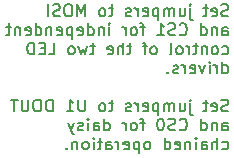
<source format=gbo>
G04 #@! TF.GenerationSoftware,KiCad,Pcbnew,6.0.6-3a73a75311~116~ubuntu22.04.1*
G04 #@! TF.CreationDate,2022-06-24T09:32:34-04:00*
G04 #@! TF.ProjectId,led_breakout,6c65645f-6272-4656-916b-6f75742e6b69,0*
G04 #@! TF.SameCoordinates,Original*
G04 #@! TF.FileFunction,Legend,Bot*
G04 #@! TF.FilePolarity,Positive*
%FSLAX46Y46*%
G04 Gerber Fmt 4.6, Leading zero omitted, Abs format (unit mm)*
G04 Created by KiCad (PCBNEW 6.0.6-3a73a75311~116~ubuntu22.04.1) date 2022-06-24 09:32:34*
%MOMM*%
%LPD*%
G01*
G04 APERTURE LIST*
%ADD10C,0.150000*%
%ADD11C,5.600000*%
%ADD12R,1.700000X1.700000*%
%ADD13O,1.700000X1.700000*%
G04 APERTURE END LIST*
D10*
X160841055Y-104335740D02*
X160698198Y-104383359D01*
X160460103Y-104383359D01*
X160364865Y-104335740D01*
X160317246Y-104288121D01*
X160269627Y-104192883D01*
X160269627Y-104097645D01*
X160317246Y-104002407D01*
X160364865Y-103954788D01*
X160460103Y-103907169D01*
X160650579Y-103859550D01*
X160745817Y-103811931D01*
X160793436Y-103764312D01*
X160841055Y-103669074D01*
X160841055Y-103573836D01*
X160793436Y-103478598D01*
X160745817Y-103430979D01*
X160650579Y-103383359D01*
X160412484Y-103383359D01*
X160269627Y-103430979D01*
X159460103Y-104335740D02*
X159555341Y-104383359D01*
X159745817Y-104383359D01*
X159841055Y-104335740D01*
X159888674Y-104240502D01*
X159888674Y-103859550D01*
X159841055Y-103764312D01*
X159745817Y-103716693D01*
X159555341Y-103716693D01*
X159460103Y-103764312D01*
X159412484Y-103859550D01*
X159412484Y-103954788D01*
X159888674Y-104050026D01*
X159126770Y-103716693D02*
X158745817Y-103716693D01*
X158983912Y-103383359D02*
X158983912Y-104240502D01*
X158936293Y-104335740D01*
X158841055Y-104383359D01*
X158745817Y-104383359D01*
X157650579Y-103716693D02*
X157650579Y-104573836D01*
X157698198Y-104669074D01*
X157793436Y-104716693D01*
X157841055Y-104716693D01*
X157650579Y-103383359D02*
X157698198Y-103430979D01*
X157650579Y-103478598D01*
X157602960Y-103430979D01*
X157650579Y-103383359D01*
X157650579Y-103478598D01*
X156745817Y-103716693D02*
X156745817Y-104383359D01*
X157174389Y-103716693D02*
X157174389Y-104240502D01*
X157126770Y-104335740D01*
X157031532Y-104383359D01*
X156888674Y-104383359D01*
X156793436Y-104335740D01*
X156745817Y-104288121D01*
X156269627Y-104383359D02*
X156269627Y-103716693D01*
X156269627Y-103811931D02*
X156222008Y-103764312D01*
X156126770Y-103716693D01*
X155983912Y-103716693D01*
X155888674Y-103764312D01*
X155841055Y-103859550D01*
X155841055Y-104383359D01*
X155841055Y-103859550D02*
X155793436Y-103764312D01*
X155698198Y-103716693D01*
X155555341Y-103716693D01*
X155460103Y-103764312D01*
X155412484Y-103859550D01*
X155412484Y-104383359D01*
X154936293Y-103716693D02*
X154936293Y-104716693D01*
X154936293Y-103764312D02*
X154841055Y-103716693D01*
X154650579Y-103716693D01*
X154555341Y-103764312D01*
X154507722Y-103811931D01*
X154460103Y-103907169D01*
X154460103Y-104192883D01*
X154507722Y-104288121D01*
X154555341Y-104335740D01*
X154650579Y-104383359D01*
X154841055Y-104383359D01*
X154936293Y-104335740D01*
X153650579Y-104335740D02*
X153745817Y-104383359D01*
X153936293Y-104383359D01*
X154031532Y-104335740D01*
X154079151Y-104240502D01*
X154079151Y-103859550D01*
X154031532Y-103764312D01*
X153936293Y-103716693D01*
X153745817Y-103716693D01*
X153650579Y-103764312D01*
X153602960Y-103859550D01*
X153602960Y-103954788D01*
X154079151Y-104050026D01*
X153174389Y-104383359D02*
X153174389Y-103716693D01*
X153174389Y-103907169D02*
X153126770Y-103811931D01*
X153079151Y-103764312D01*
X152983912Y-103716693D01*
X152888674Y-103716693D01*
X152602960Y-104335740D02*
X152507722Y-104383359D01*
X152317246Y-104383359D01*
X152222008Y-104335740D01*
X152174389Y-104240502D01*
X152174389Y-104192883D01*
X152222008Y-104097645D01*
X152317246Y-104050026D01*
X152460103Y-104050026D01*
X152555341Y-104002407D01*
X152602960Y-103907169D01*
X152602960Y-103859550D01*
X152555341Y-103764312D01*
X152460103Y-103716693D01*
X152317246Y-103716693D01*
X152222008Y-103764312D01*
X151126770Y-103716693D02*
X150745817Y-103716693D01*
X150983912Y-103383359D02*
X150983912Y-104240502D01*
X150936293Y-104335740D01*
X150841055Y-104383359D01*
X150745817Y-104383359D01*
X150269627Y-104383359D02*
X150364865Y-104335740D01*
X150412484Y-104288121D01*
X150460103Y-104192883D01*
X150460103Y-103907169D01*
X150412484Y-103811931D01*
X150364865Y-103764312D01*
X150269627Y-103716693D01*
X150126770Y-103716693D01*
X150031532Y-103764312D01*
X149983912Y-103811931D01*
X149936293Y-103907169D01*
X149936293Y-104192883D01*
X149983912Y-104288121D01*
X150031532Y-104335740D01*
X150126770Y-104383359D01*
X150269627Y-104383359D01*
X148745817Y-104383359D02*
X148745817Y-103383359D01*
X148412484Y-104097645D01*
X148079151Y-103383359D01*
X148079151Y-104383359D01*
X147412484Y-103383359D02*
X147222008Y-103383359D01*
X147126770Y-103430979D01*
X147031532Y-103526217D01*
X146983912Y-103716693D01*
X146983912Y-104050026D01*
X147031532Y-104240502D01*
X147126770Y-104335740D01*
X147222008Y-104383359D01*
X147412484Y-104383359D01*
X147507722Y-104335740D01*
X147602960Y-104240502D01*
X147650579Y-104050026D01*
X147650579Y-103716693D01*
X147602960Y-103526217D01*
X147507722Y-103430979D01*
X147412484Y-103383359D01*
X146602960Y-104335740D02*
X146460103Y-104383359D01*
X146222008Y-104383359D01*
X146126770Y-104335740D01*
X146079151Y-104288121D01*
X146031532Y-104192883D01*
X146031532Y-104097645D01*
X146079151Y-104002407D01*
X146126770Y-103954788D01*
X146222008Y-103907169D01*
X146412484Y-103859550D01*
X146507722Y-103811931D01*
X146555341Y-103764312D01*
X146602960Y-103669074D01*
X146602960Y-103573836D01*
X146555341Y-103478598D01*
X146507722Y-103430979D01*
X146412484Y-103383359D01*
X146174389Y-103383359D01*
X146031532Y-103430979D01*
X145602960Y-104383359D02*
X145602960Y-103383359D01*
X160364865Y-105993359D02*
X160364865Y-105469550D01*
X160412484Y-105374312D01*
X160507722Y-105326693D01*
X160698198Y-105326693D01*
X160793436Y-105374312D01*
X160364865Y-105945740D02*
X160460103Y-105993359D01*
X160698198Y-105993359D01*
X160793436Y-105945740D01*
X160841055Y-105850502D01*
X160841055Y-105755264D01*
X160793436Y-105660026D01*
X160698198Y-105612407D01*
X160460103Y-105612407D01*
X160364865Y-105564788D01*
X159888674Y-105326693D02*
X159888674Y-105993359D01*
X159888674Y-105421931D02*
X159841055Y-105374312D01*
X159745817Y-105326693D01*
X159602960Y-105326693D01*
X159507722Y-105374312D01*
X159460103Y-105469550D01*
X159460103Y-105993359D01*
X158555341Y-105993359D02*
X158555341Y-104993359D01*
X158555341Y-105945740D02*
X158650579Y-105993359D01*
X158841055Y-105993359D01*
X158936293Y-105945740D01*
X158983912Y-105898121D01*
X159031532Y-105802883D01*
X159031532Y-105517169D01*
X158983912Y-105421931D01*
X158936293Y-105374312D01*
X158841055Y-105326693D01*
X158650579Y-105326693D01*
X158555341Y-105374312D01*
X156745817Y-105898121D02*
X156793436Y-105945740D01*
X156936293Y-105993359D01*
X157031532Y-105993359D01*
X157174389Y-105945740D01*
X157269627Y-105850502D01*
X157317246Y-105755264D01*
X157364865Y-105564788D01*
X157364865Y-105421931D01*
X157317246Y-105231455D01*
X157269627Y-105136217D01*
X157174389Y-105040979D01*
X157031532Y-104993359D01*
X156936293Y-104993359D01*
X156793436Y-105040979D01*
X156745817Y-105088598D01*
X156364865Y-105945740D02*
X156222008Y-105993359D01*
X155983912Y-105993359D01*
X155888674Y-105945740D01*
X155841055Y-105898121D01*
X155793436Y-105802883D01*
X155793436Y-105707645D01*
X155841055Y-105612407D01*
X155888674Y-105564788D01*
X155983912Y-105517169D01*
X156174389Y-105469550D01*
X156269627Y-105421931D01*
X156317246Y-105374312D01*
X156364865Y-105279074D01*
X156364865Y-105183836D01*
X156317246Y-105088598D01*
X156269627Y-105040979D01*
X156174389Y-104993359D01*
X155936293Y-104993359D01*
X155793436Y-105040979D01*
X154841055Y-105993359D02*
X155412484Y-105993359D01*
X155126770Y-105993359D02*
X155126770Y-104993359D01*
X155222008Y-105136217D01*
X155317246Y-105231455D01*
X155412484Y-105279074D01*
X153793436Y-105326693D02*
X153412484Y-105326693D01*
X153650579Y-105993359D02*
X153650579Y-105136217D01*
X153602960Y-105040979D01*
X153507722Y-104993359D01*
X153412484Y-104993359D01*
X152936293Y-105993359D02*
X153031532Y-105945740D01*
X153079151Y-105898121D01*
X153126770Y-105802883D01*
X153126770Y-105517169D01*
X153079151Y-105421931D01*
X153031532Y-105374312D01*
X152936293Y-105326693D01*
X152793436Y-105326693D01*
X152698198Y-105374312D01*
X152650579Y-105421931D01*
X152602960Y-105517169D01*
X152602960Y-105802883D01*
X152650579Y-105898121D01*
X152698198Y-105945740D01*
X152793436Y-105993359D01*
X152936293Y-105993359D01*
X152174389Y-105993359D02*
X152174389Y-105326693D01*
X152174389Y-105517169D02*
X152126770Y-105421931D01*
X152079151Y-105374312D01*
X151983912Y-105326693D01*
X151888674Y-105326693D01*
X150793436Y-105993359D02*
X150793436Y-105326693D01*
X150793436Y-104993359D02*
X150841055Y-105040979D01*
X150793436Y-105088598D01*
X150745817Y-105040979D01*
X150793436Y-104993359D01*
X150793436Y-105088598D01*
X150317246Y-105326693D02*
X150317246Y-105993359D01*
X150317246Y-105421931D02*
X150269627Y-105374312D01*
X150174389Y-105326693D01*
X150031532Y-105326693D01*
X149936293Y-105374312D01*
X149888674Y-105469550D01*
X149888674Y-105993359D01*
X148983912Y-105993359D02*
X148983912Y-104993359D01*
X148983912Y-105945740D02*
X149079151Y-105993359D01*
X149269627Y-105993359D01*
X149364865Y-105945740D01*
X149412484Y-105898121D01*
X149460103Y-105802883D01*
X149460103Y-105517169D01*
X149412484Y-105421931D01*
X149364865Y-105374312D01*
X149269627Y-105326693D01*
X149079151Y-105326693D01*
X148983912Y-105374312D01*
X148126770Y-105945740D02*
X148222008Y-105993359D01*
X148412484Y-105993359D01*
X148507722Y-105945740D01*
X148555341Y-105850502D01*
X148555341Y-105469550D01*
X148507722Y-105374312D01*
X148412484Y-105326693D01*
X148222008Y-105326693D01*
X148126770Y-105374312D01*
X148079151Y-105469550D01*
X148079151Y-105564788D01*
X148555341Y-105660026D01*
X147650579Y-105326693D02*
X147650579Y-106326693D01*
X147650579Y-105374312D02*
X147555341Y-105326693D01*
X147364865Y-105326693D01*
X147269627Y-105374312D01*
X147222008Y-105421931D01*
X147174389Y-105517169D01*
X147174389Y-105802883D01*
X147222008Y-105898121D01*
X147269627Y-105945740D01*
X147364865Y-105993359D01*
X147555341Y-105993359D01*
X147650579Y-105945740D01*
X146364865Y-105945740D02*
X146460103Y-105993359D01*
X146650579Y-105993359D01*
X146745817Y-105945740D01*
X146793436Y-105850502D01*
X146793436Y-105469550D01*
X146745817Y-105374312D01*
X146650579Y-105326693D01*
X146460103Y-105326693D01*
X146364865Y-105374312D01*
X146317246Y-105469550D01*
X146317246Y-105564788D01*
X146793436Y-105660026D01*
X145888674Y-105326693D02*
X145888674Y-105993359D01*
X145888674Y-105421931D02*
X145841055Y-105374312D01*
X145745817Y-105326693D01*
X145602960Y-105326693D01*
X145507722Y-105374312D01*
X145460103Y-105469550D01*
X145460103Y-105993359D01*
X144555341Y-105993359D02*
X144555341Y-104993359D01*
X144555341Y-105945740D02*
X144650579Y-105993359D01*
X144841055Y-105993359D01*
X144936293Y-105945740D01*
X144983912Y-105898121D01*
X145031532Y-105802883D01*
X145031532Y-105517169D01*
X144983912Y-105421931D01*
X144936293Y-105374312D01*
X144841055Y-105326693D01*
X144650579Y-105326693D01*
X144555341Y-105374312D01*
X143698198Y-105945740D02*
X143793436Y-105993359D01*
X143983912Y-105993359D01*
X144079151Y-105945740D01*
X144126770Y-105850502D01*
X144126770Y-105469550D01*
X144079151Y-105374312D01*
X143983912Y-105326693D01*
X143793436Y-105326693D01*
X143698198Y-105374312D01*
X143650579Y-105469550D01*
X143650579Y-105564788D01*
X144126770Y-105660026D01*
X143222008Y-105326693D02*
X143222008Y-105993359D01*
X143222008Y-105421931D02*
X143174389Y-105374312D01*
X143079151Y-105326693D01*
X142936293Y-105326693D01*
X142841055Y-105374312D01*
X142793436Y-105469550D01*
X142793436Y-105993359D01*
X142460103Y-105326693D02*
X142079151Y-105326693D01*
X142317246Y-104993359D02*
X142317246Y-105850502D01*
X142269627Y-105945740D01*
X142174389Y-105993359D01*
X142079151Y-105993359D01*
X160364865Y-107555740D02*
X160460103Y-107603359D01*
X160650579Y-107603359D01*
X160745817Y-107555740D01*
X160793436Y-107508121D01*
X160841055Y-107412883D01*
X160841055Y-107127169D01*
X160793436Y-107031931D01*
X160745817Y-106984312D01*
X160650579Y-106936693D01*
X160460103Y-106936693D01*
X160364865Y-106984312D01*
X159793436Y-107603359D02*
X159888674Y-107555740D01*
X159936293Y-107508121D01*
X159983912Y-107412883D01*
X159983912Y-107127169D01*
X159936293Y-107031931D01*
X159888674Y-106984312D01*
X159793436Y-106936693D01*
X159650579Y-106936693D01*
X159555341Y-106984312D01*
X159507722Y-107031931D01*
X159460103Y-107127169D01*
X159460103Y-107412883D01*
X159507722Y-107508121D01*
X159555341Y-107555740D01*
X159650579Y-107603359D01*
X159793436Y-107603359D01*
X159031532Y-106936693D02*
X159031532Y-107603359D01*
X159031532Y-107031931D02*
X158983912Y-106984312D01*
X158888674Y-106936693D01*
X158745817Y-106936693D01*
X158650579Y-106984312D01*
X158602960Y-107079550D01*
X158602960Y-107603359D01*
X158269627Y-106936693D02*
X157888674Y-106936693D01*
X158126770Y-106603359D02*
X158126770Y-107460502D01*
X158079151Y-107555740D01*
X157983912Y-107603359D01*
X157888674Y-107603359D01*
X157555341Y-107603359D02*
X157555341Y-106936693D01*
X157555341Y-107127169D02*
X157507722Y-107031931D01*
X157460103Y-106984312D01*
X157364865Y-106936693D01*
X157269627Y-106936693D01*
X156793436Y-107603359D02*
X156888674Y-107555740D01*
X156936293Y-107508121D01*
X156983912Y-107412883D01*
X156983912Y-107127169D01*
X156936293Y-107031931D01*
X156888674Y-106984312D01*
X156793436Y-106936693D01*
X156650579Y-106936693D01*
X156555341Y-106984312D01*
X156507722Y-107031931D01*
X156460103Y-107127169D01*
X156460103Y-107412883D01*
X156507722Y-107508121D01*
X156555341Y-107555740D01*
X156650579Y-107603359D01*
X156793436Y-107603359D01*
X155888674Y-107603359D02*
X155983912Y-107555740D01*
X156031532Y-107460502D01*
X156031532Y-106603359D01*
X154602960Y-107603359D02*
X154698198Y-107555740D01*
X154745817Y-107508121D01*
X154793436Y-107412883D01*
X154793436Y-107127169D01*
X154745817Y-107031931D01*
X154698198Y-106984312D01*
X154602960Y-106936693D01*
X154460103Y-106936693D01*
X154364865Y-106984312D01*
X154317246Y-107031931D01*
X154269627Y-107127169D01*
X154269627Y-107412883D01*
X154317246Y-107508121D01*
X154364865Y-107555740D01*
X154460103Y-107603359D01*
X154602960Y-107603359D01*
X153983912Y-106936693D02*
X153602960Y-106936693D01*
X153841055Y-107603359D02*
X153841055Y-106746217D01*
X153793436Y-106650979D01*
X153698198Y-106603359D01*
X153602960Y-106603359D01*
X152650579Y-106936693D02*
X152269627Y-106936693D01*
X152507722Y-106603359D02*
X152507722Y-107460502D01*
X152460103Y-107555740D01*
X152364865Y-107603359D01*
X152269627Y-107603359D01*
X151936293Y-107603359D02*
X151936293Y-106603359D01*
X151507722Y-107603359D02*
X151507722Y-107079550D01*
X151555341Y-106984312D01*
X151650579Y-106936693D01*
X151793436Y-106936693D01*
X151888674Y-106984312D01*
X151936293Y-107031931D01*
X150650579Y-107555740D02*
X150745817Y-107603359D01*
X150936293Y-107603359D01*
X151031532Y-107555740D01*
X151079151Y-107460502D01*
X151079151Y-107079550D01*
X151031532Y-106984312D01*
X150936293Y-106936693D01*
X150745817Y-106936693D01*
X150650579Y-106984312D01*
X150602960Y-107079550D01*
X150602960Y-107174788D01*
X151079151Y-107270026D01*
X149555341Y-106936693D02*
X149174389Y-106936693D01*
X149412484Y-106603359D02*
X149412484Y-107460502D01*
X149364865Y-107555740D01*
X149269627Y-107603359D01*
X149174389Y-107603359D01*
X148936293Y-106936693D02*
X148745817Y-107603359D01*
X148555341Y-107127169D01*
X148364865Y-107603359D01*
X148174389Y-106936693D01*
X147650579Y-107603359D02*
X147745817Y-107555740D01*
X147793436Y-107508121D01*
X147841055Y-107412883D01*
X147841055Y-107127169D01*
X147793436Y-107031931D01*
X147745817Y-106984312D01*
X147650579Y-106936693D01*
X147507722Y-106936693D01*
X147412484Y-106984312D01*
X147364865Y-107031931D01*
X147317246Y-107127169D01*
X147317246Y-107412883D01*
X147364865Y-107508121D01*
X147412484Y-107555740D01*
X147507722Y-107603359D01*
X147650579Y-107603359D01*
X145650579Y-107603359D02*
X146126770Y-107603359D01*
X146126770Y-106603359D01*
X145317246Y-107079550D02*
X144983912Y-107079550D01*
X144841055Y-107603359D02*
X145317246Y-107603359D01*
X145317246Y-106603359D01*
X144841055Y-106603359D01*
X144412484Y-107603359D02*
X144412484Y-106603359D01*
X144174389Y-106603359D01*
X144031532Y-106650979D01*
X143936293Y-106746217D01*
X143888674Y-106841455D01*
X143841055Y-107031931D01*
X143841055Y-107174788D01*
X143888674Y-107365264D01*
X143936293Y-107460502D01*
X144031532Y-107555740D01*
X144174389Y-107603359D01*
X144412484Y-107603359D01*
X160364865Y-109213359D02*
X160364865Y-108213359D01*
X160364865Y-109165740D02*
X160460103Y-109213359D01*
X160650579Y-109213359D01*
X160745817Y-109165740D01*
X160793436Y-109118121D01*
X160841055Y-109022883D01*
X160841055Y-108737169D01*
X160793436Y-108641931D01*
X160745817Y-108594312D01*
X160650579Y-108546693D01*
X160460103Y-108546693D01*
X160364865Y-108594312D01*
X159888674Y-109213359D02*
X159888674Y-108546693D01*
X159888674Y-108737169D02*
X159841055Y-108641931D01*
X159793436Y-108594312D01*
X159698198Y-108546693D01*
X159602960Y-108546693D01*
X159269627Y-109213359D02*
X159269627Y-108546693D01*
X159269627Y-108213359D02*
X159317246Y-108260979D01*
X159269627Y-108308598D01*
X159222008Y-108260979D01*
X159269627Y-108213359D01*
X159269627Y-108308598D01*
X158888674Y-108546693D02*
X158650579Y-109213359D01*
X158412484Y-108546693D01*
X157650579Y-109165740D02*
X157745817Y-109213359D01*
X157936293Y-109213359D01*
X158031532Y-109165740D01*
X158079151Y-109070502D01*
X158079151Y-108689550D01*
X158031532Y-108594312D01*
X157936293Y-108546693D01*
X157745817Y-108546693D01*
X157650579Y-108594312D01*
X157602960Y-108689550D01*
X157602960Y-108784788D01*
X158079151Y-108880026D01*
X157174389Y-109213359D02*
X157174389Y-108546693D01*
X157174389Y-108737169D02*
X157126770Y-108641931D01*
X157079151Y-108594312D01*
X156983912Y-108546693D01*
X156888674Y-108546693D01*
X156602960Y-109165740D02*
X156507722Y-109213359D01*
X156317246Y-109213359D01*
X156222008Y-109165740D01*
X156174389Y-109070502D01*
X156174389Y-109022883D01*
X156222008Y-108927645D01*
X156317246Y-108880026D01*
X156460103Y-108880026D01*
X156555341Y-108832407D01*
X156602960Y-108737169D01*
X156602960Y-108689550D01*
X156555341Y-108594312D01*
X156460103Y-108546693D01*
X156317246Y-108546693D01*
X156222008Y-108594312D01*
X155745817Y-109118121D02*
X155698198Y-109165740D01*
X155745817Y-109213359D01*
X155793436Y-109165740D01*
X155745817Y-109118121D01*
X155745817Y-109213359D01*
X160841055Y-112385740D02*
X160698198Y-112433359D01*
X160460103Y-112433359D01*
X160364865Y-112385740D01*
X160317246Y-112338121D01*
X160269627Y-112242883D01*
X160269627Y-112147645D01*
X160317246Y-112052407D01*
X160364865Y-112004788D01*
X160460103Y-111957169D01*
X160650579Y-111909550D01*
X160745817Y-111861931D01*
X160793436Y-111814312D01*
X160841055Y-111719074D01*
X160841055Y-111623836D01*
X160793436Y-111528598D01*
X160745817Y-111480979D01*
X160650579Y-111433359D01*
X160412484Y-111433359D01*
X160269627Y-111480979D01*
X159460103Y-112385740D02*
X159555341Y-112433359D01*
X159745817Y-112433359D01*
X159841055Y-112385740D01*
X159888674Y-112290502D01*
X159888674Y-111909550D01*
X159841055Y-111814312D01*
X159745817Y-111766693D01*
X159555341Y-111766693D01*
X159460103Y-111814312D01*
X159412484Y-111909550D01*
X159412484Y-112004788D01*
X159888674Y-112100026D01*
X159126770Y-111766693D02*
X158745817Y-111766693D01*
X158983912Y-111433359D02*
X158983912Y-112290502D01*
X158936293Y-112385740D01*
X158841055Y-112433359D01*
X158745817Y-112433359D01*
X157650579Y-111766693D02*
X157650579Y-112623836D01*
X157698198Y-112719074D01*
X157793436Y-112766693D01*
X157841055Y-112766693D01*
X157650579Y-111433359D02*
X157698198Y-111480979D01*
X157650579Y-111528598D01*
X157602960Y-111480979D01*
X157650579Y-111433359D01*
X157650579Y-111528598D01*
X156745817Y-111766693D02*
X156745817Y-112433359D01*
X157174389Y-111766693D02*
X157174389Y-112290502D01*
X157126770Y-112385740D01*
X157031532Y-112433359D01*
X156888674Y-112433359D01*
X156793436Y-112385740D01*
X156745817Y-112338121D01*
X156269627Y-112433359D02*
X156269627Y-111766693D01*
X156269627Y-111861931D02*
X156222008Y-111814312D01*
X156126770Y-111766693D01*
X155983912Y-111766693D01*
X155888674Y-111814312D01*
X155841055Y-111909550D01*
X155841055Y-112433359D01*
X155841055Y-111909550D02*
X155793436Y-111814312D01*
X155698198Y-111766693D01*
X155555341Y-111766693D01*
X155460103Y-111814312D01*
X155412484Y-111909550D01*
X155412484Y-112433359D01*
X154936293Y-111766693D02*
X154936293Y-112766693D01*
X154936293Y-111814312D02*
X154841055Y-111766693D01*
X154650579Y-111766693D01*
X154555341Y-111814312D01*
X154507722Y-111861931D01*
X154460103Y-111957169D01*
X154460103Y-112242883D01*
X154507722Y-112338121D01*
X154555341Y-112385740D01*
X154650579Y-112433359D01*
X154841055Y-112433359D01*
X154936293Y-112385740D01*
X153650579Y-112385740D02*
X153745817Y-112433359D01*
X153936293Y-112433359D01*
X154031532Y-112385740D01*
X154079151Y-112290502D01*
X154079151Y-111909550D01*
X154031532Y-111814312D01*
X153936293Y-111766693D01*
X153745817Y-111766693D01*
X153650579Y-111814312D01*
X153602960Y-111909550D01*
X153602960Y-112004788D01*
X154079151Y-112100026D01*
X153174389Y-112433359D02*
X153174389Y-111766693D01*
X153174389Y-111957169D02*
X153126770Y-111861931D01*
X153079151Y-111814312D01*
X152983912Y-111766693D01*
X152888674Y-111766693D01*
X152602960Y-112385740D02*
X152507722Y-112433359D01*
X152317246Y-112433359D01*
X152222008Y-112385740D01*
X152174389Y-112290502D01*
X152174389Y-112242883D01*
X152222008Y-112147645D01*
X152317246Y-112100026D01*
X152460103Y-112100026D01*
X152555341Y-112052407D01*
X152602960Y-111957169D01*
X152602960Y-111909550D01*
X152555341Y-111814312D01*
X152460103Y-111766693D01*
X152317246Y-111766693D01*
X152222008Y-111814312D01*
X151126770Y-111766693D02*
X150745817Y-111766693D01*
X150983912Y-111433359D02*
X150983912Y-112290502D01*
X150936293Y-112385740D01*
X150841055Y-112433359D01*
X150745817Y-112433359D01*
X150269627Y-112433359D02*
X150364865Y-112385740D01*
X150412484Y-112338121D01*
X150460103Y-112242883D01*
X150460103Y-111957169D01*
X150412484Y-111861931D01*
X150364865Y-111814312D01*
X150269627Y-111766693D01*
X150126770Y-111766693D01*
X150031532Y-111814312D01*
X149983912Y-111861931D01*
X149936293Y-111957169D01*
X149936293Y-112242883D01*
X149983912Y-112338121D01*
X150031532Y-112385740D01*
X150126770Y-112433359D01*
X150269627Y-112433359D01*
X148745817Y-111433359D02*
X148745817Y-112242883D01*
X148698198Y-112338121D01*
X148650579Y-112385740D01*
X148555341Y-112433359D01*
X148364865Y-112433359D01*
X148269627Y-112385740D01*
X148222008Y-112338121D01*
X148174389Y-112242883D01*
X148174389Y-111433359D01*
X147174389Y-112433359D02*
X147745817Y-112433359D01*
X147460103Y-112433359D02*
X147460103Y-111433359D01*
X147555341Y-111576217D01*
X147650579Y-111671455D01*
X147745817Y-111719074D01*
X145983912Y-112433359D02*
X145983912Y-111433359D01*
X145745817Y-111433359D01*
X145602960Y-111480979D01*
X145507722Y-111576217D01*
X145460103Y-111671455D01*
X145412484Y-111861931D01*
X145412484Y-112004788D01*
X145460103Y-112195264D01*
X145507722Y-112290502D01*
X145602960Y-112385740D01*
X145745817Y-112433359D01*
X145983912Y-112433359D01*
X144793436Y-111433359D02*
X144602960Y-111433359D01*
X144507722Y-111480979D01*
X144412484Y-111576217D01*
X144364865Y-111766693D01*
X144364865Y-112100026D01*
X144412484Y-112290502D01*
X144507722Y-112385740D01*
X144602960Y-112433359D01*
X144793436Y-112433359D01*
X144888674Y-112385740D01*
X144983912Y-112290502D01*
X145031532Y-112100026D01*
X145031532Y-111766693D01*
X144983912Y-111576217D01*
X144888674Y-111480979D01*
X144793436Y-111433359D01*
X143936293Y-111433359D02*
X143936293Y-112242883D01*
X143888674Y-112338121D01*
X143841055Y-112385740D01*
X143745817Y-112433359D01*
X143555341Y-112433359D01*
X143460103Y-112385740D01*
X143412484Y-112338121D01*
X143364865Y-112242883D01*
X143364865Y-111433359D01*
X143031532Y-111433359D02*
X142460103Y-111433359D01*
X142745817Y-112433359D02*
X142745817Y-111433359D01*
X160364865Y-114043359D02*
X160364865Y-113519550D01*
X160412484Y-113424312D01*
X160507722Y-113376693D01*
X160698198Y-113376693D01*
X160793436Y-113424312D01*
X160364865Y-113995740D02*
X160460103Y-114043359D01*
X160698198Y-114043359D01*
X160793436Y-113995740D01*
X160841055Y-113900502D01*
X160841055Y-113805264D01*
X160793436Y-113710026D01*
X160698198Y-113662407D01*
X160460103Y-113662407D01*
X160364865Y-113614788D01*
X159888674Y-113376693D02*
X159888674Y-114043359D01*
X159888674Y-113471931D02*
X159841055Y-113424312D01*
X159745817Y-113376693D01*
X159602960Y-113376693D01*
X159507722Y-113424312D01*
X159460103Y-113519550D01*
X159460103Y-114043359D01*
X158555341Y-114043359D02*
X158555341Y-113043359D01*
X158555341Y-113995740D02*
X158650579Y-114043359D01*
X158841055Y-114043359D01*
X158936293Y-113995740D01*
X158983912Y-113948121D01*
X159031532Y-113852883D01*
X159031532Y-113567169D01*
X158983912Y-113471931D01*
X158936293Y-113424312D01*
X158841055Y-113376693D01*
X158650579Y-113376693D01*
X158555341Y-113424312D01*
X156745817Y-113948121D02*
X156793436Y-113995740D01*
X156936293Y-114043359D01*
X157031532Y-114043359D01*
X157174389Y-113995740D01*
X157269627Y-113900502D01*
X157317246Y-113805264D01*
X157364865Y-113614788D01*
X157364865Y-113471931D01*
X157317246Y-113281455D01*
X157269627Y-113186217D01*
X157174389Y-113090979D01*
X157031532Y-113043359D01*
X156936293Y-113043359D01*
X156793436Y-113090979D01*
X156745817Y-113138598D01*
X156364865Y-113995740D02*
X156222008Y-114043359D01*
X155983912Y-114043359D01*
X155888674Y-113995740D01*
X155841055Y-113948121D01*
X155793436Y-113852883D01*
X155793436Y-113757645D01*
X155841055Y-113662407D01*
X155888674Y-113614788D01*
X155983912Y-113567169D01*
X156174389Y-113519550D01*
X156269627Y-113471931D01*
X156317246Y-113424312D01*
X156364865Y-113329074D01*
X156364865Y-113233836D01*
X156317246Y-113138598D01*
X156269627Y-113090979D01*
X156174389Y-113043359D01*
X155936293Y-113043359D01*
X155793436Y-113090979D01*
X155174389Y-113043359D02*
X155079151Y-113043359D01*
X154983912Y-113090979D01*
X154936293Y-113138598D01*
X154888674Y-113233836D01*
X154841055Y-113424312D01*
X154841055Y-113662407D01*
X154888674Y-113852883D01*
X154936293Y-113948121D01*
X154983912Y-113995740D01*
X155079151Y-114043359D01*
X155174389Y-114043359D01*
X155269627Y-113995740D01*
X155317246Y-113948121D01*
X155364865Y-113852883D01*
X155412484Y-113662407D01*
X155412484Y-113424312D01*
X155364865Y-113233836D01*
X155317246Y-113138598D01*
X155269627Y-113090979D01*
X155174389Y-113043359D01*
X153793436Y-113376693D02*
X153412484Y-113376693D01*
X153650579Y-114043359D02*
X153650579Y-113186217D01*
X153602960Y-113090979D01*
X153507722Y-113043359D01*
X153412484Y-113043359D01*
X152936293Y-114043359D02*
X153031532Y-113995740D01*
X153079151Y-113948121D01*
X153126770Y-113852883D01*
X153126770Y-113567169D01*
X153079151Y-113471931D01*
X153031532Y-113424312D01*
X152936293Y-113376693D01*
X152793436Y-113376693D01*
X152698198Y-113424312D01*
X152650579Y-113471931D01*
X152602960Y-113567169D01*
X152602960Y-113852883D01*
X152650579Y-113948121D01*
X152698198Y-113995740D01*
X152793436Y-114043359D01*
X152936293Y-114043359D01*
X152174389Y-114043359D02*
X152174389Y-113376693D01*
X152174389Y-113567169D02*
X152126770Y-113471931D01*
X152079151Y-113424312D01*
X151983912Y-113376693D01*
X151888674Y-113376693D01*
X150364865Y-114043359D02*
X150364865Y-113043359D01*
X150364865Y-113995740D02*
X150460103Y-114043359D01*
X150650579Y-114043359D01*
X150745817Y-113995740D01*
X150793436Y-113948121D01*
X150841055Y-113852883D01*
X150841055Y-113567169D01*
X150793436Y-113471931D01*
X150745817Y-113424312D01*
X150650579Y-113376693D01*
X150460103Y-113376693D01*
X150364865Y-113424312D01*
X149460103Y-114043359D02*
X149460103Y-113519550D01*
X149507722Y-113424312D01*
X149602960Y-113376693D01*
X149793436Y-113376693D01*
X149888674Y-113424312D01*
X149460103Y-113995740D02*
X149555341Y-114043359D01*
X149793436Y-114043359D01*
X149888674Y-113995740D01*
X149936293Y-113900502D01*
X149936293Y-113805264D01*
X149888674Y-113710026D01*
X149793436Y-113662407D01*
X149555341Y-113662407D01*
X149460103Y-113614788D01*
X148983912Y-114043359D02*
X148983912Y-113376693D01*
X148983912Y-113043359D02*
X149031532Y-113090979D01*
X148983912Y-113138598D01*
X148936293Y-113090979D01*
X148983912Y-113043359D01*
X148983912Y-113138598D01*
X148555341Y-113995740D02*
X148460103Y-114043359D01*
X148269627Y-114043359D01*
X148174389Y-113995740D01*
X148126770Y-113900502D01*
X148126770Y-113852883D01*
X148174389Y-113757645D01*
X148269627Y-113710026D01*
X148412484Y-113710026D01*
X148507722Y-113662407D01*
X148555341Y-113567169D01*
X148555341Y-113519550D01*
X148507722Y-113424312D01*
X148412484Y-113376693D01*
X148269627Y-113376693D01*
X148174389Y-113424312D01*
X147793436Y-113376693D02*
X147555341Y-114043359D01*
X147317246Y-113376693D02*
X147555341Y-114043359D01*
X147650579Y-114281455D01*
X147698198Y-114329074D01*
X147793436Y-114376693D01*
X160364865Y-115605740D02*
X160460103Y-115653359D01*
X160650579Y-115653359D01*
X160745817Y-115605740D01*
X160793436Y-115558121D01*
X160841055Y-115462883D01*
X160841055Y-115177169D01*
X160793436Y-115081931D01*
X160745817Y-115034312D01*
X160650579Y-114986693D01*
X160460103Y-114986693D01*
X160364865Y-115034312D01*
X159936293Y-115653359D02*
X159936293Y-114653359D01*
X159507722Y-115653359D02*
X159507722Y-115129550D01*
X159555341Y-115034312D01*
X159650579Y-114986693D01*
X159793436Y-114986693D01*
X159888674Y-115034312D01*
X159936293Y-115081931D01*
X158602960Y-115653359D02*
X158602960Y-115129550D01*
X158650579Y-115034312D01*
X158745817Y-114986693D01*
X158936293Y-114986693D01*
X159031532Y-115034312D01*
X158602960Y-115605740D02*
X158698198Y-115653359D01*
X158936293Y-115653359D01*
X159031532Y-115605740D01*
X159079151Y-115510502D01*
X159079151Y-115415264D01*
X159031532Y-115320026D01*
X158936293Y-115272407D01*
X158698198Y-115272407D01*
X158602960Y-115224788D01*
X158126770Y-115653359D02*
X158126770Y-114986693D01*
X158126770Y-114653359D02*
X158174389Y-114700979D01*
X158126770Y-114748598D01*
X158079151Y-114700979D01*
X158126770Y-114653359D01*
X158126770Y-114748598D01*
X157650579Y-114986693D02*
X157650579Y-115653359D01*
X157650579Y-115081931D02*
X157602960Y-115034312D01*
X157507722Y-114986693D01*
X157364865Y-114986693D01*
X157269627Y-115034312D01*
X157222008Y-115129550D01*
X157222008Y-115653359D01*
X156364865Y-115605740D02*
X156460103Y-115653359D01*
X156650579Y-115653359D01*
X156745817Y-115605740D01*
X156793436Y-115510502D01*
X156793436Y-115129550D01*
X156745817Y-115034312D01*
X156650579Y-114986693D01*
X156460103Y-114986693D01*
X156364865Y-115034312D01*
X156317246Y-115129550D01*
X156317246Y-115224788D01*
X156793436Y-115320026D01*
X155460103Y-115653359D02*
X155460103Y-114653359D01*
X155460103Y-115605740D02*
X155555341Y-115653359D01*
X155745817Y-115653359D01*
X155841055Y-115605740D01*
X155888674Y-115558121D01*
X155936293Y-115462883D01*
X155936293Y-115177169D01*
X155888674Y-115081931D01*
X155841055Y-115034312D01*
X155745817Y-114986693D01*
X155555341Y-114986693D01*
X155460103Y-115034312D01*
X154079151Y-115653359D02*
X154174389Y-115605740D01*
X154222008Y-115558121D01*
X154269627Y-115462883D01*
X154269627Y-115177169D01*
X154222008Y-115081931D01*
X154174389Y-115034312D01*
X154079151Y-114986693D01*
X153936293Y-114986693D01*
X153841055Y-115034312D01*
X153793436Y-115081931D01*
X153745817Y-115177169D01*
X153745817Y-115462883D01*
X153793436Y-115558121D01*
X153841055Y-115605740D01*
X153936293Y-115653359D01*
X154079151Y-115653359D01*
X153317246Y-114986693D02*
X153317246Y-115986693D01*
X153317246Y-115034312D02*
X153222008Y-114986693D01*
X153031532Y-114986693D01*
X152936293Y-115034312D01*
X152888674Y-115081931D01*
X152841055Y-115177169D01*
X152841055Y-115462883D01*
X152888674Y-115558121D01*
X152936293Y-115605740D01*
X153031532Y-115653359D01*
X153222008Y-115653359D01*
X153317246Y-115605740D01*
X152031532Y-115605740D02*
X152126770Y-115653359D01*
X152317246Y-115653359D01*
X152412484Y-115605740D01*
X152460103Y-115510502D01*
X152460103Y-115129550D01*
X152412484Y-115034312D01*
X152317246Y-114986693D01*
X152126770Y-114986693D01*
X152031532Y-115034312D01*
X151983912Y-115129550D01*
X151983912Y-115224788D01*
X152460103Y-115320026D01*
X151555341Y-115653359D02*
X151555341Y-114986693D01*
X151555341Y-115177169D02*
X151507722Y-115081931D01*
X151460103Y-115034312D01*
X151364865Y-114986693D01*
X151269627Y-114986693D01*
X150507722Y-115653359D02*
X150507722Y-115129550D01*
X150555341Y-115034312D01*
X150650579Y-114986693D01*
X150841055Y-114986693D01*
X150936293Y-115034312D01*
X150507722Y-115605740D02*
X150602960Y-115653359D01*
X150841055Y-115653359D01*
X150936293Y-115605740D01*
X150983912Y-115510502D01*
X150983912Y-115415264D01*
X150936293Y-115320026D01*
X150841055Y-115272407D01*
X150602960Y-115272407D01*
X150507722Y-115224788D01*
X150174389Y-114986693D02*
X149793436Y-114986693D01*
X150031532Y-114653359D02*
X150031532Y-115510502D01*
X149983912Y-115605740D01*
X149888674Y-115653359D01*
X149793436Y-115653359D01*
X149460103Y-115653359D02*
X149460103Y-114986693D01*
X149460103Y-114653359D02*
X149507722Y-114700979D01*
X149460103Y-114748598D01*
X149412484Y-114700979D01*
X149460103Y-114653359D01*
X149460103Y-114748598D01*
X148841055Y-115653359D02*
X148936293Y-115605740D01*
X148983912Y-115558121D01*
X149031532Y-115462883D01*
X149031532Y-115177169D01*
X148983912Y-115081931D01*
X148936293Y-115034312D01*
X148841055Y-114986693D01*
X148698198Y-114986693D01*
X148602960Y-115034312D01*
X148555341Y-115081931D01*
X148507722Y-115177169D01*
X148507722Y-115462883D01*
X148555341Y-115558121D01*
X148602960Y-115605740D01*
X148698198Y-115653359D01*
X148841055Y-115653359D01*
X148079151Y-114986693D02*
X148079151Y-115653359D01*
X148079151Y-115081931D02*
X148031532Y-115034312D01*
X147936293Y-114986693D01*
X147793436Y-114986693D01*
X147698198Y-115034312D01*
X147650579Y-115129550D01*
X147650579Y-115653359D01*
X147174389Y-115558121D02*
X147126770Y-115605740D01*
X147174389Y-115653359D01*
X147222008Y-115605740D01*
X147174389Y-115558121D01*
X147174389Y-115653359D01*
%LPC*%
D11*
X129379032Y-125440979D03*
D12*
X162399032Y-73370979D03*
D13*
X164939032Y-73370979D03*
X162399032Y-75910979D03*
X164939032Y-75910979D03*
X162399032Y-78450979D03*
X164939032Y-78450979D03*
X162399032Y-80990979D03*
X164939032Y-80990979D03*
X162399032Y-83530979D03*
X164939032Y-83530979D03*
X162399032Y-86070979D03*
X164939032Y-86070979D03*
X162399032Y-88610979D03*
X164939032Y-88610979D03*
X162399032Y-91150979D03*
X164939032Y-91150979D03*
X162399032Y-93690979D03*
X164939032Y-93690979D03*
X162399032Y-96230979D03*
X164939032Y-96230979D03*
X162399032Y-98770979D03*
X164939032Y-98770979D03*
X162399032Y-101310979D03*
X164939032Y-101310979D03*
X162399032Y-103850979D03*
X164939032Y-103850979D03*
X162399032Y-106390979D03*
X164939032Y-106390979D03*
X162399032Y-108930979D03*
X164939032Y-108930979D03*
X162399032Y-111470979D03*
X164939032Y-111470979D03*
X162399032Y-114010979D03*
X164939032Y-114010979D03*
X162399032Y-116550979D03*
X164939032Y-116550979D03*
X162399032Y-119090979D03*
X164939032Y-119090979D03*
X162399032Y-121630979D03*
X164939032Y-121630979D03*
D11*
X173829032Y-68290979D03*
D12*
X129379032Y-78450979D03*
D13*
X129379032Y-80990979D03*
X129379032Y-83530979D03*
X129379032Y-86070979D03*
X129379032Y-88610979D03*
X129379032Y-91150979D03*
X129379032Y-93690979D03*
D11*
X173829032Y-125440979D03*
D12*
X129379032Y-101310979D03*
D13*
X129379032Y-103850979D03*
X129379032Y-106390979D03*
D12*
X129379032Y-111470979D03*
D13*
X129379032Y-114010979D03*
X129379032Y-116550979D03*
D11*
X129379032Y-68290979D03*
M02*

</source>
